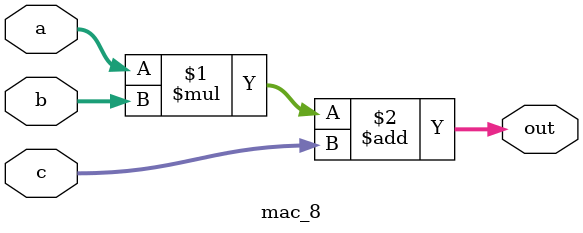
<source format=v>

module mac_8(a, b, c, out);
parameter DATA_WIDTH = 8;  /* declare a parameter. default required */
input [DATA_WIDTH - 1 : 0] a, b, c;
output [DATA_WIDTH - 1 : 0] out;

assign out = a * b + c;

endmodule










</source>
